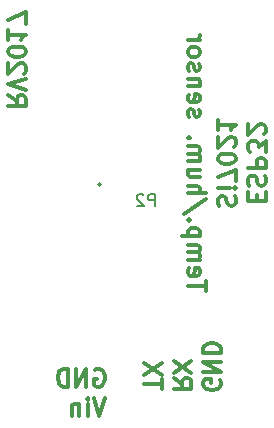
<source format=gbr>
G04 #@! TF.GenerationSoftware,KiCad,Pcbnew,(2017-08-16 revision 90873a101)-master*
G04 #@! TF.CreationDate,2017-12-27T22:47:25+02:00*
G04 #@! TF.ProjectId,esp-environment-sensors,6573702D656E7669726F6E6D656E742D,rev?*
G04 #@! TF.SameCoordinates,Original*
G04 #@! TF.FileFunction,Legend,Bot*
G04 #@! TF.FilePolarity,Positive*
%FSLAX46Y46*%
G04 Gerber Fmt 4.6, Leading zero omitted, Abs format (unit mm)*
G04 Created by KiCad (PCBNEW (2017-08-16 revision 90873a101)-master) date Wed Dec 27 22:47:25 2017*
%MOMM*%
%LPD*%
G01*
G04 APERTURE LIST*
%ADD10C,0.300000*%
%ADD11C,0.150000*%
G04 APERTURE END LIST*
D10*
X105821428Y-111035714D02*
X106535714Y-111535714D01*
X105821428Y-111892857D02*
X107321428Y-111892857D01*
X107321428Y-111321428D01*
X107250000Y-111178571D01*
X107178571Y-111107142D01*
X107035714Y-111035714D01*
X106821428Y-111035714D01*
X106678571Y-111107142D01*
X106607142Y-111178571D01*
X106535714Y-111321428D01*
X106535714Y-111892857D01*
X107321428Y-110607142D02*
X105821428Y-110107142D01*
X107321428Y-109607142D01*
X107178571Y-109178571D02*
X107250000Y-109107142D01*
X107321428Y-108964285D01*
X107321428Y-108607142D01*
X107250000Y-108464285D01*
X107178571Y-108392857D01*
X107035714Y-108321428D01*
X106892857Y-108321428D01*
X106678571Y-108392857D01*
X105821428Y-109250000D01*
X105821428Y-108321428D01*
X107321428Y-107392857D02*
X107321428Y-107250000D01*
X107250000Y-107107142D01*
X107178571Y-107035714D01*
X107035714Y-106964285D01*
X106750000Y-106892857D01*
X106392857Y-106892857D01*
X106107142Y-106964285D01*
X105964285Y-107035714D01*
X105892857Y-107107142D01*
X105821428Y-107250000D01*
X105821428Y-107392857D01*
X105892857Y-107535714D01*
X105964285Y-107607142D01*
X106107142Y-107678571D01*
X106392857Y-107750000D01*
X106750000Y-107750000D01*
X107035714Y-107678571D01*
X107178571Y-107607142D01*
X107250000Y-107535714D01*
X107321428Y-107392857D01*
X105821428Y-105464285D02*
X105821428Y-106321428D01*
X105821428Y-105892857D02*
X107321428Y-105892857D01*
X107107142Y-106035714D01*
X106964285Y-106178571D01*
X106892857Y-106321428D01*
X107321428Y-104964285D02*
X107321428Y-103964285D01*
X105821428Y-104607142D01*
X126907142Y-119964285D02*
X126907142Y-119464285D01*
X126121428Y-119250000D02*
X126121428Y-119964285D01*
X127621428Y-119964285D01*
X127621428Y-119250000D01*
X126192857Y-118678571D02*
X126121428Y-118464285D01*
X126121428Y-118107142D01*
X126192857Y-117964285D01*
X126264285Y-117892857D01*
X126407142Y-117821428D01*
X126550000Y-117821428D01*
X126692857Y-117892857D01*
X126764285Y-117964285D01*
X126835714Y-118107142D01*
X126907142Y-118392857D01*
X126978571Y-118535714D01*
X127050000Y-118607142D01*
X127192857Y-118678571D01*
X127335714Y-118678571D01*
X127478571Y-118607142D01*
X127550000Y-118535714D01*
X127621428Y-118392857D01*
X127621428Y-118035714D01*
X127550000Y-117821428D01*
X126121428Y-117178571D02*
X127621428Y-117178571D01*
X127621428Y-116607142D01*
X127550000Y-116464285D01*
X127478571Y-116392857D01*
X127335714Y-116321428D01*
X127121428Y-116321428D01*
X126978571Y-116392857D01*
X126907142Y-116464285D01*
X126835714Y-116607142D01*
X126835714Y-117178571D01*
X127621428Y-115821428D02*
X127621428Y-114892857D01*
X127050000Y-115392857D01*
X127050000Y-115178571D01*
X126978571Y-115035714D01*
X126907142Y-114964285D01*
X126764285Y-114892857D01*
X126407142Y-114892857D01*
X126264285Y-114964285D01*
X126192857Y-115035714D01*
X126121428Y-115178571D01*
X126121428Y-115607142D01*
X126192857Y-115750000D01*
X126264285Y-115821428D01*
X127478571Y-114321428D02*
X127550000Y-114250000D01*
X127621428Y-114107142D01*
X127621428Y-113750000D01*
X127550000Y-113607142D01*
X127478571Y-113535714D01*
X127335714Y-113464285D01*
X127192857Y-113464285D01*
X126978571Y-113535714D01*
X126121428Y-114392857D01*
X126121428Y-113464285D01*
X123642857Y-120392857D02*
X123571428Y-120178571D01*
X123571428Y-119821428D01*
X123642857Y-119678571D01*
X123714285Y-119607142D01*
X123857142Y-119535714D01*
X124000000Y-119535714D01*
X124142857Y-119607142D01*
X124214285Y-119678571D01*
X124285714Y-119821428D01*
X124357142Y-120107142D01*
X124428571Y-120250000D01*
X124500000Y-120321428D01*
X124642857Y-120392857D01*
X124785714Y-120392857D01*
X124928571Y-120321428D01*
X125000000Y-120250000D01*
X125071428Y-120107142D01*
X125071428Y-119750000D01*
X125000000Y-119535714D01*
X123571428Y-118892857D02*
X124571428Y-118892857D01*
X125071428Y-118892857D02*
X125000000Y-118964285D01*
X124928571Y-118892857D01*
X125000000Y-118821428D01*
X125071428Y-118892857D01*
X124928571Y-118892857D01*
X125071428Y-118321428D02*
X125071428Y-117321428D01*
X123571428Y-117964285D01*
X125071428Y-116464285D02*
X125071428Y-116321428D01*
X125000000Y-116178571D01*
X124928571Y-116107142D01*
X124785714Y-116035714D01*
X124500000Y-115964285D01*
X124142857Y-115964285D01*
X123857142Y-116035714D01*
X123714285Y-116107142D01*
X123642857Y-116178571D01*
X123571428Y-116321428D01*
X123571428Y-116464285D01*
X123642857Y-116607142D01*
X123714285Y-116678571D01*
X123857142Y-116750000D01*
X124142857Y-116821428D01*
X124500000Y-116821428D01*
X124785714Y-116750000D01*
X124928571Y-116678571D01*
X125000000Y-116607142D01*
X125071428Y-116464285D01*
X124928571Y-115392857D02*
X125000000Y-115321428D01*
X125071428Y-115178571D01*
X125071428Y-114821428D01*
X125000000Y-114678571D01*
X124928571Y-114607142D01*
X124785714Y-114535714D01*
X124642857Y-114535714D01*
X124428571Y-114607142D01*
X123571428Y-115464285D01*
X123571428Y-114535714D01*
X123571428Y-113107142D02*
X123571428Y-113964285D01*
X123571428Y-113535714D02*
X125071428Y-113535714D01*
X124857142Y-113678571D01*
X124714285Y-113821428D01*
X124642857Y-113964285D01*
X122521428Y-127607142D02*
X122521428Y-126750000D01*
X121021428Y-127178571D02*
X122521428Y-127178571D01*
X121092857Y-125678571D02*
X121021428Y-125821428D01*
X121021428Y-126107142D01*
X121092857Y-126250000D01*
X121235714Y-126321428D01*
X121807142Y-126321428D01*
X121950000Y-126250000D01*
X122021428Y-126107142D01*
X122021428Y-125821428D01*
X121950000Y-125678571D01*
X121807142Y-125607142D01*
X121664285Y-125607142D01*
X121521428Y-126321428D01*
X121021428Y-124964285D02*
X122021428Y-124964285D01*
X121878571Y-124964285D02*
X121950000Y-124892857D01*
X122021428Y-124750000D01*
X122021428Y-124535714D01*
X121950000Y-124392857D01*
X121807142Y-124321428D01*
X121021428Y-124321428D01*
X121807142Y-124321428D02*
X121950000Y-124250000D01*
X122021428Y-124107142D01*
X122021428Y-123892857D01*
X121950000Y-123750000D01*
X121807142Y-123678571D01*
X121021428Y-123678571D01*
X122021428Y-122964285D02*
X120521428Y-122964285D01*
X121950000Y-122964285D02*
X122021428Y-122821428D01*
X122021428Y-122535714D01*
X121950000Y-122392857D01*
X121878571Y-122321428D01*
X121735714Y-122250000D01*
X121307142Y-122250000D01*
X121164285Y-122321428D01*
X121092857Y-122392857D01*
X121021428Y-122535714D01*
X121021428Y-122821428D01*
X121092857Y-122964285D01*
X121164285Y-121607142D02*
X121092857Y-121535714D01*
X121021428Y-121607142D01*
X121092857Y-121678571D01*
X121164285Y-121607142D01*
X121021428Y-121607142D01*
X122592857Y-119821428D02*
X120664285Y-121107142D01*
X121021428Y-119321428D02*
X122521428Y-119321428D01*
X121021428Y-118678571D02*
X121807142Y-118678571D01*
X121950000Y-118750000D01*
X122021428Y-118892857D01*
X122021428Y-119107142D01*
X121950000Y-119250000D01*
X121878571Y-119321428D01*
X122021428Y-117321428D02*
X121021428Y-117321428D01*
X122021428Y-117964285D02*
X121235714Y-117964285D01*
X121092857Y-117892857D01*
X121021428Y-117750000D01*
X121021428Y-117535714D01*
X121092857Y-117392857D01*
X121164285Y-117321428D01*
X121021428Y-116607142D02*
X122021428Y-116607142D01*
X121878571Y-116607142D02*
X121950000Y-116535714D01*
X122021428Y-116392857D01*
X122021428Y-116178571D01*
X121950000Y-116035714D01*
X121807142Y-115964285D01*
X121021428Y-115964285D01*
X121807142Y-115964285D02*
X121950000Y-115892857D01*
X122021428Y-115750000D01*
X122021428Y-115535714D01*
X121950000Y-115392857D01*
X121807142Y-115321428D01*
X121021428Y-115321428D01*
X121164285Y-114607142D02*
X121092857Y-114535714D01*
X121021428Y-114607142D01*
X121092857Y-114678571D01*
X121164285Y-114607142D01*
X121021428Y-114607142D01*
X121092857Y-112821428D02*
X121021428Y-112678571D01*
X121021428Y-112392857D01*
X121092857Y-112250000D01*
X121235714Y-112178571D01*
X121307142Y-112178571D01*
X121450000Y-112250000D01*
X121521428Y-112392857D01*
X121521428Y-112607142D01*
X121592857Y-112750000D01*
X121735714Y-112821428D01*
X121807142Y-112821428D01*
X121950000Y-112750000D01*
X122021428Y-112607142D01*
X122021428Y-112392857D01*
X121950000Y-112250000D01*
X121092857Y-110964285D02*
X121021428Y-111107142D01*
X121021428Y-111392857D01*
X121092857Y-111535714D01*
X121235714Y-111607142D01*
X121807142Y-111607142D01*
X121950000Y-111535714D01*
X122021428Y-111392857D01*
X122021428Y-111107142D01*
X121950000Y-110964285D01*
X121807142Y-110892857D01*
X121664285Y-110892857D01*
X121521428Y-111607142D01*
X122021428Y-110250000D02*
X121021428Y-110250000D01*
X121878571Y-110250000D02*
X121950000Y-110178571D01*
X122021428Y-110035714D01*
X122021428Y-109821428D01*
X121950000Y-109678571D01*
X121807142Y-109607142D01*
X121021428Y-109607142D01*
X121092857Y-108964285D02*
X121021428Y-108821428D01*
X121021428Y-108535714D01*
X121092857Y-108392857D01*
X121235714Y-108321428D01*
X121307142Y-108321428D01*
X121450000Y-108392857D01*
X121521428Y-108535714D01*
X121521428Y-108750000D01*
X121592857Y-108892857D01*
X121735714Y-108964285D01*
X121807142Y-108964285D01*
X121950000Y-108892857D01*
X122021428Y-108750000D01*
X122021428Y-108535714D01*
X121950000Y-108392857D01*
X121021428Y-107464285D02*
X121092857Y-107607142D01*
X121164285Y-107678571D01*
X121307142Y-107750000D01*
X121735714Y-107750000D01*
X121878571Y-107678571D01*
X121950000Y-107607142D01*
X122021428Y-107464285D01*
X122021428Y-107250000D01*
X121950000Y-107107142D01*
X121878571Y-107035714D01*
X121735714Y-106964285D01*
X121307142Y-106964285D01*
X121164285Y-107035714D01*
X121092857Y-107107142D01*
X121021428Y-107250000D01*
X121021428Y-107464285D01*
X121021428Y-106321428D02*
X122021428Y-106321428D01*
X121735714Y-106321428D02*
X121878571Y-106250000D01*
X121950000Y-106178571D01*
X122021428Y-106035714D01*
X122021428Y-105892857D01*
X123750000Y-135142857D02*
X123821428Y-135285714D01*
X123821428Y-135500000D01*
X123750000Y-135714285D01*
X123607142Y-135857142D01*
X123464285Y-135928571D01*
X123178571Y-136000000D01*
X122964285Y-136000000D01*
X122678571Y-135928571D01*
X122535714Y-135857142D01*
X122392857Y-135714285D01*
X122321428Y-135500000D01*
X122321428Y-135357142D01*
X122392857Y-135142857D01*
X122464285Y-135071428D01*
X122964285Y-135071428D01*
X122964285Y-135357142D01*
X122321428Y-134428571D02*
X123821428Y-134428571D01*
X122321428Y-133571428D01*
X123821428Y-133571428D01*
X122321428Y-132857142D02*
X123821428Y-132857142D01*
X123821428Y-132500000D01*
X123750000Y-132285714D01*
X123607142Y-132142857D01*
X123464285Y-132071428D01*
X123178571Y-132000000D01*
X122964285Y-132000000D01*
X122678571Y-132071428D01*
X122535714Y-132142857D01*
X122392857Y-132285714D01*
X122321428Y-132500000D01*
X122321428Y-132857142D01*
X119821428Y-135000000D02*
X120535714Y-135500000D01*
X119821428Y-135857142D02*
X121321428Y-135857142D01*
X121321428Y-135285714D01*
X121250000Y-135142857D01*
X121178571Y-135071428D01*
X121035714Y-135000000D01*
X120821428Y-135000000D01*
X120678571Y-135071428D01*
X120607142Y-135142857D01*
X120535714Y-135285714D01*
X120535714Y-135857142D01*
X121321428Y-134500000D02*
X119821428Y-133500000D01*
X121321428Y-133500000D02*
X119821428Y-134500000D01*
X118821428Y-135892857D02*
X118821428Y-135035714D01*
X117321428Y-135464285D02*
X118821428Y-135464285D01*
X118821428Y-134678571D02*
X117321428Y-133678571D01*
X118821428Y-133678571D02*
X117321428Y-134678571D01*
X114035714Y-136678571D02*
X113535714Y-138178571D01*
X113035714Y-136678571D01*
X112535714Y-138178571D02*
X112535714Y-137178571D01*
X112535714Y-136678571D02*
X112607142Y-136750000D01*
X112535714Y-136821428D01*
X112464285Y-136750000D01*
X112535714Y-136678571D01*
X112535714Y-136821428D01*
X111821428Y-137178571D02*
X111821428Y-138178571D01*
X111821428Y-137321428D02*
X111750000Y-137250000D01*
X111607142Y-137178571D01*
X111392857Y-137178571D01*
X111250000Y-137250000D01*
X111178571Y-137392857D01*
X111178571Y-138178571D01*
X113142857Y-134250000D02*
X113285714Y-134178571D01*
X113500000Y-134178571D01*
X113714285Y-134250000D01*
X113857142Y-134392857D01*
X113928571Y-134535714D01*
X114000000Y-134821428D01*
X114000000Y-135035714D01*
X113928571Y-135321428D01*
X113857142Y-135464285D01*
X113714285Y-135607142D01*
X113500000Y-135678571D01*
X113357142Y-135678571D01*
X113142857Y-135607142D01*
X113071428Y-135535714D01*
X113071428Y-135035714D01*
X113357142Y-135035714D01*
X112428571Y-135678571D02*
X112428571Y-134178571D01*
X111571428Y-135678571D01*
X111571428Y-134178571D01*
X110857142Y-135678571D02*
X110857142Y-134178571D01*
X110500000Y-134178571D01*
X110285714Y-134250000D01*
X110142857Y-134392857D01*
X110071428Y-134535714D01*
X110000000Y-134821428D01*
X110000000Y-135035714D01*
X110071428Y-135321428D01*
X110142857Y-135464285D01*
X110285714Y-135607142D01*
X110500000Y-135678571D01*
X110857142Y-135678571D01*
D11*
X113666000Y-118540000D02*
G75*
G03X113666000Y-118540000I-127000J0D01*
G01*
X118214095Y-120389380D02*
X118214095Y-119389380D01*
X117833142Y-119389380D01*
X117737904Y-119437000D01*
X117690285Y-119484619D01*
X117642666Y-119579857D01*
X117642666Y-119722714D01*
X117690285Y-119817952D01*
X117737904Y-119865571D01*
X117833142Y-119913190D01*
X118214095Y-119913190D01*
X117261714Y-119484619D02*
X117214095Y-119437000D01*
X117118857Y-119389380D01*
X116880761Y-119389380D01*
X116785523Y-119437000D01*
X116737904Y-119484619D01*
X116690285Y-119579857D01*
X116690285Y-119675095D01*
X116737904Y-119817952D01*
X117309333Y-120389380D01*
X116690285Y-120389380D01*
M02*

</source>
